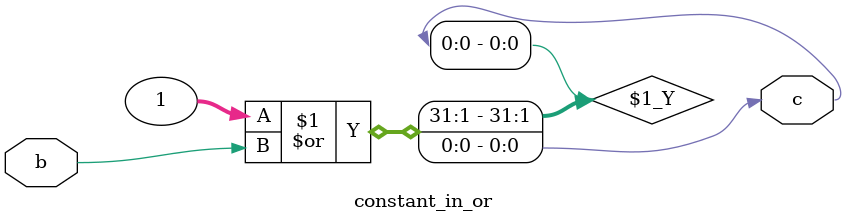
<source format=v>
module constant_in_or(input b, output c);
	assign c = 1 | b;
endmodule

</source>
